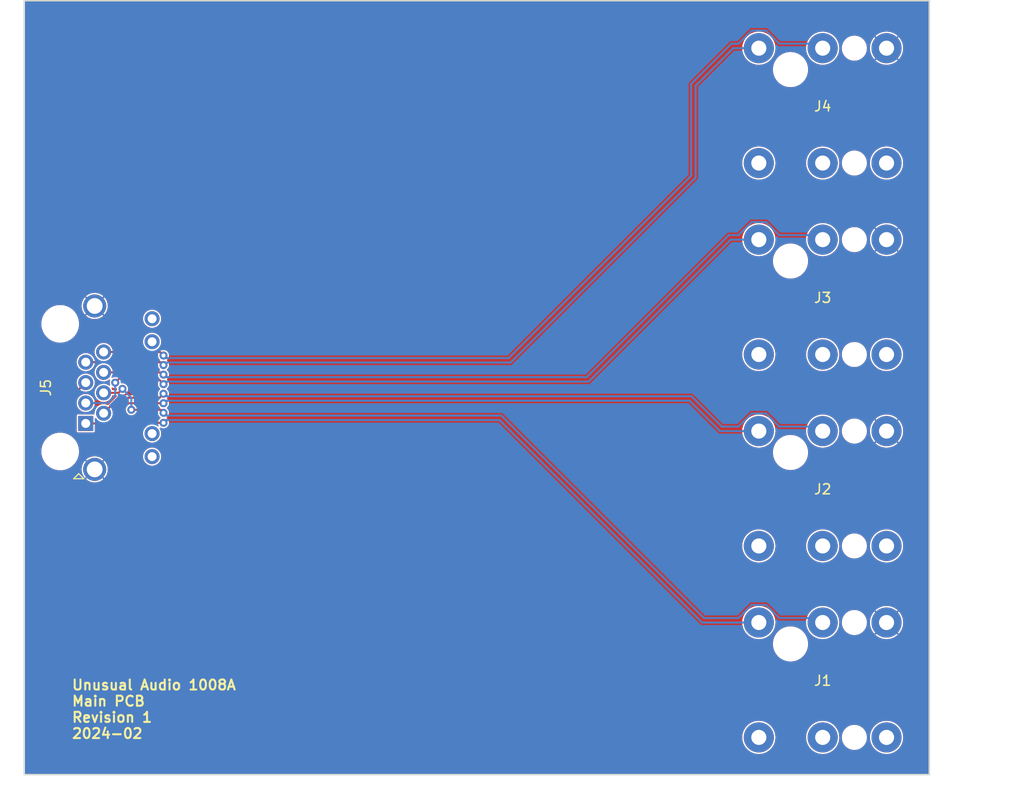
<source format=kicad_pcb>
(kicad_pcb (version 20240108) (generator "pcbnew") (generator_version "8.0")
  (layers (0 "F.Cu" signal) (31 "B.Cu" signal) (34 "B.Paste" user) (35 "F.Paste" user) (36 "B.SilkS" user "B.Silkscreen") (37 "F.SilkS" user "F.Silkscreen") (38 "B.Mask" user) (39 "F.Mask" user) (44 "Edge.Cuts" user))
  (net 0 "")
  (net 13 "/1-")
  (net 14 "/Shield")
  (net 15 "/1+")
  (net 16 "/2+")
  (net 17 "/2-")
  (net 18 "/3-")
  (net 19 "/3+")
  (net 20 "/4+")
  (net 21 "/4-")
  (footprint "Connector_Audio:Jack_6.35mm_Neutrik_NRJ6HF_Horizontal_No_Outline" (layer "F.Cu") (at 175.36 96.55)
    (property "Reference" "J2" (at -10.61 -1.445 0) (layer "F.SilkS"))
    (property "Value" "NRJ6HF")
    (pad "" np_thru_hole circle (at -13.81 -5.1) (size 3 3) (drill 3) (layers "*.Cu" "*.Mask"))
    (pad "" np_thru_hole circle (at -7.46 -7.23) (size 2 2) (drill 2) (layers "*.Cu" "*.Mask"))
    (pad "" np_thru_hole circle (at -7.46 4.2) (size 2 2) (drill 2) (layers "*.Cu" "*.Mask"))
    (pad "R" thru_hole circle (at -10.61 -7.23) (size 3 3) (drill 1.5) (layers "*.Cu" "*.Mask") (net 17 "/2-"))
    (pad "RN" thru_hole circle (at -10.61 4.2) (size 3 3) (drill 1.5) (layers "*.Cu" "*.Mask"))
    (pad "S" thru_hole circle (at -4.26 -7.23) (size 3 3) (drill 1.5) (layers "*.Cu" "*.Mask") (net 14 "/Shield"))
    (pad "SN" thru_hole circle (at -4.26 4.2) (size 3 3) (drill 1.5) (layers "*.Cu" "*.Mask"))
    (pad "T" thru_hole circle (at -16.96 -7.23) (size 3 3) (drill 1.5) (layers "*.Cu" "*.Mask") (net 16 "/2+"))
    (pad "TN" thru_hole circle (at -16.96 4.2) (size 3 3) (drill 1.5) (layers "*.Cu" "*.Mask"))
  )
  (footprint "Connector_Audio:Jack_6.35mm_Neutrik_NRJ6HF_Horizontal_No_Outline" (layer "F.Cu") (at 175.36 115.6)
    (property "Reference" "J1" (at -10.61 -1.445 0) (layer "F.SilkS"))
    (property "Value" "NRJ6HF")
    (pad "" np_thru_hole circle (at -13.81 -5.1) (size 3 3) (drill 3) (layers "*.Cu" "*.Mask"))
    (pad "" np_thru_hole circle (at -7.46 -7.23) (size 2 2) (drill 2) (layers "*.Cu" "*.Mask"))
    (pad "" np_thru_hole circle (at -7.46 4.2) (size 2 2) (drill 2) (layers "*.Cu" "*.Mask"))
    (pad "R" thru_hole circle (at -10.61 -7.23) (size 3 3) (drill 1.5) (layers "*.Cu" "*.Mask") (net 13 "/1-"))
    (pad "RN" thru_hole circle (at -10.61 4.2) (size 3 3) (drill 1.5) (layers "*.Cu" "*.Mask"))
    (pad "S" thru_hole circle (at -4.26 -7.23) (size 3 3) (drill 1.5) (layers "*.Cu" "*.Mask") (net 14 "/Shield"))
    (pad "SN" thru_hole circle (at -4.26 4.2) (size 3 3) (drill 1.5) (layers "*.Cu" "*.Mask"))
    (pad "T" thru_hole circle (at -16.96 -7.23) (size 3 3) (drill 1.5) (layers "*.Cu" "*.Mask") (net 15 "/1+"))
    (pad "TN" thru_hole circle (at -16.96 4.2) (size 3 3) (drill 1.5) (layers "*.Cu" "*.Mask"))
  )
  (footprint "Connector_RJ:RJ45_Amphenol_RJHSE538X" (layer "F.Cu") (at 91.465 88.56 90)
    (property "Reference" "J5" (at 3.56 -3.965 90) (layer "F.SilkS"))
    (property "Value" "8P8C_Shielded")
    (fp_line (start -5.5 -1.2) (end -5 -0.7) (stroke (width 0.12)) (layer "F.SilkS"))
    (fp_line (start -5 -0.7) (end -5.5 -0.2) (stroke (width 0.12)) (layer "F.SilkS"))
    (fp_line (start -5.5 -0.2) (end -5.5 -1.2) (stroke (width 0.12)) (layer "F.SilkS"))
    (pad "" np_thru_hole circle (at -2.79 -2.54 90) (size 3.25 3.25) (drill 3.25) (layers "*.Cu" "*.Mask"))
    (pad "" np_thru_hole circle (at 9.91 -2.54 90) (size 3.25 3.25) (drill 3.25) (layers "*.Cu" "*.Mask"))
    (pad "1" thru_hole rect (at 0 0 90) (size 1.5 1.5) (drill 0.89) (layers "*.Cu" "*.Mask") (net 16 "/2+"))
    (pad "2" thru_hole circle (at 1.016 1.78 90) (size 1.5 1.5) (drill 0.89) (layers "*.Cu" "*.Mask") (net 17 "/2-"))
    (pad "3" thru_hole circle (at 2.032 0 90) (size 1.5 1.5) (drill 0.89) (layers "*.Cu" "*.Mask") (net 19 "/3+"))
    (pad "4" thru_hole circle (at 3.048 1.78 90) (size 1.5 1.5) (drill 0.89) (layers "*.Cu" "*.Mask") (net 13 "/1-"))
    (pad "5" thru_hole circle (at 4.064 0 90) (size 1.5 1.5) (drill 0.89) (layers "*.Cu" "*.Mask") (net 15 "/1+"))
    (pad "6" thru_hole circle (at 5.08 1.78 90) (size 1.5 1.5) (drill 0.89) (layers "*.Cu" "*.Mask") (net 18 "/3-"))
    (pad "7" thru_hole circle (at 6.096 0 90) (size 1.5 1.5) (drill 0.89) (layers "*.Cu" "*.Mask") (net 20 "/4+"))
    (pad "8" thru_hole circle (at 7.112 1.78 90) (size 1.5 1.5) (drill 0.89) (layers "*.Cu" "*.Mask") (net 21 "/4-"))
    (pad "9" thru_hole circle (at -3.3 6.6 90) (size 1.5 1.5) (drill 0.89) (layers "*.Cu" "*.Mask"))
    (pad "10" thru_hole circle (at -1.01 6.6 90) (size 1.5 1.5) (drill 0.89) (layers "*.Cu" "*.Mask"))
    (pad "11" thru_hole circle (at 8.13 6.6 90) (size 1.5 1.5) (drill 0.89) (layers "*.Cu" "*.Mask"))
    (pad "12" thru_hole circle (at 10.42 6.6 90) (size 1.5 1.5) (drill 0.89) (layers "*.Cu" "*.Mask"))
    (pad "SH" thru_hole circle (at -4.57 0.89 90) (size 2.3 2.3) (drill 1.57) (layers "*.Cu" "*.Mask") (net 14 "/Shield"))
    (pad "SH" thru_hole circle (at 11.69 0.89 90) (size 2.3 2.3) (drill 1.57) (layers "*.Cu" "*.Mask") (net 14 "/Shield"))
  )
  (footprint "Connector_Audio:Jack_6.35mm_Neutrik_NRJ6HF_Horizontal_No_Outline" (layer "F.Cu") (at 175.36 77.5)
    (property "Reference" "J3" (at -10.61 -1.445 0) (layer "F.SilkS"))
    (property "Value" "NRJ6HF")
    (pad "" np_thru_hole circle (at -13.81 -5.1) (size 3 3) (drill 3) (layers "*.Cu" "*.Mask"))
    (pad "" np_thru_hole circle (at -7.46 -7.23) (size 2 2) (drill 2) (layers "*.Cu" "*.Mask"))
    (pad "" np_thru_hole circle (at -7.46 4.2) (size 2 2) (drill 2) (layers "*.Cu" "*.Mask"))
    (pad "R" thru_hole circle (at -10.61 -7.23) (size 3 3) (drill 1.5) (layers "*.Cu" "*.Mask") (net 18 "/3-"))
    (pad "RN" thru_hole circle (at -10.61 4.2) (size 3 3) (drill 1.5) (layers "*.Cu" "*.Mask"))
    (pad "S" thru_hole circle (at -4.26 -7.23) (size 3 3) (drill 1.5) (layers "*.Cu" "*.Mask") (net 14 "/Shield"))
    (pad "SN" thru_hole circle (at -4.26 4.2) (size 3 3) (drill 1.5) (layers "*.Cu" "*.Mask"))
    (pad "T" thru_hole circle (at -16.96 -7.23) (size 3 3) (drill 1.5) (layers "*.Cu" "*.Mask") (net 19 "/3+"))
    (pad "TN" thru_hole circle (at -16.96 4.2) (size 3 3) (drill 1.5) (layers "*.Cu" "*.Mask"))
  )
  (footprint "Connector_Audio:Jack_6.35mm_Neutrik_NRJ6HF_Horizontal_No_Outline" (layer "F.Cu") (at 175.36 58.45)
    (property "Reference" "J4" (at -10.61 -1.445 0) (layer "F.SilkS"))
    (property "Value" "NRJ6HF")
    (pad "" np_thru_hole circle (at -13.81 -5.1) (size 3 3) (drill 3) (layers "*.Cu" "*.Mask"))
    (pad "" np_thru_hole circle (at -7.46 -7.23) (size 2 2) (drill 2) (layers "*.Cu" "*.Mask"))
    (pad "" np_thru_hole circle (at -7.46 4.2) (size 2 2) (drill 2) (layers "*.Cu" "*.Mask"))
    (pad "R" thru_hole circle (at -10.61 -7.23) (size 3 3) (drill 1.5) (layers "*.Cu" "*.Mask") (net 21 "/4-"))
    (pad "RN" thru_hole circle (at -10.61 4.2) (size 3 3) (drill 1.5) (layers "*.Cu" "*.Mask"))
    (pad "S" thru_hole circle (at -4.26 -7.23) (size 3 3) (drill 1.5) (layers "*.Cu" "*.Mask") (net 14 "/Shield"))
    (pad "SN" thru_hole circle (at -4.26 4.2) (size 3 3) (drill 1.5) (layers "*.Cu" "*.Mask"))
    (pad "T" thru_hole circle (at -16.96 -7.23) (size 3 3) (drill 1.5) (layers "*.Cu" "*.Mask") (net 20 "/4+"))
    (pad "TN" thru_hole circle (at -16.96 4.2) (size 3 3) (drill 1.5) (layers "*.Cu" "*.Mask"))
  )
  (gr_rect (start 85.35 46.5) (end 175.35 123.5) (stroke (width 0.15)) (fill none) (layer "Edge.Cuts"))
  (gr_text "Unusual Audio 1008A\nMain PCB\nRevision 1\n2024-02" (at 90 120 0) (layer "F.SilkS") (effects (font (size 1 1) (thickness 0.2) (bold yes)) (justify left bottom)))
  (segment (start 93.245 85.512) (end 94.727549 85.512) (width 0.2) (layer "F.Cu") (net 13))
  (segment (start 94.727549 85.512) (end 95.121296 85.118253) (width 0.2) (layer "F.Cu") (net 13))
  (segment (start 96 87.2) (end 98.899994 87.2) (width 0.2) (layer "F.Cu") (net 13))
  (segment (start 98.899994 87.2) (end 99.2 87.500006) (width 0.2) (layer "F.Cu") (net 13))
  (via (at 96 87.2) (size 0.8) (drill 0.4) (layers "F.Cu" "B.Cu") (net 13))
  (via (at 99.2 87.500006) (size 0.8) (drill 0.4) (layers "F.Cu" "B.Cu") (net 13))
  (via (at 95.121296 85.118253) (size 0.8) (drill 0.4) (layers "F.Cu" "B.Cu") (net 13))
  (segment (start 159.124874 106.62) (end 160.424874 107.92) (width 0.2) (layer "B.Cu") (net 13))
  (segment (start 99.2 87.500006) (end 99.474997 87.775003) (width 0.2) (layer "B.Cu") (net 13))
  (segment (start 156.375126 107.92) (end 157.675126 106.62) (width 0.2) (layer "B.Cu") (net 13))
  (segment (start 164.3 107.92) (end 164.75 108.37) (width 0.2) (layer "B.Cu") (net 13))
  (segment (start 157.675126 106.62) (end 159.124874 106.62) (width 0.2) (layer "B.Cu") (net 13))
  (segment (start 152.9422 107.92) (end 156.375126 107.92) (width 0.2) (layer "B.Cu") (net 13))
  (segment (start 95.121296 85.118253) (end 96 85.996957) (width 0.2) (layer "B.Cu") (net 13))
  (segment (start 96 85.996957) (end 96 87.2) (width 0.2) (layer "B.Cu") (net 13))
  (segment (start 99.474997 87.775003) (end 132.797203 87.775003) (width 0.2) (layer "B.Cu") (net 13))
  (segment (start 160.424874 107.92) (end 164.3 107.92) (width 0.2) (layer "B.Cu") (net 13))
  (segment (start 132.797203 87.775003) (end 152.9422 107.92) (width 0.2) (layer "B.Cu") (net 13))
  (segment (start 96.660786 89.56) (end 97.720786 88.5) (width 0.2) (layer "F.Cu") (net 15))
  (segment (start 90.465 89.56) (end 96.660786 89.56) (width 0.2) (layer "F.Cu") (net 15))
  (segment (start 91.465 84.496) (end 90.465 85.496) (width 0.2) (layer "F.Cu") (net 15))
  (segment (start 97.720786 88.5) (end 99.2 88.5) (width 0.2) (layer "F.Cu") (net 15))
  (segment (start 90.465 85.496) (end 90.465 89.56) (width 0.2) (layer "F.Cu") (net 15))
  (via (at 99.2 88.5) (size 0.8) (drill 0.4) (layers "F.Cu" "B.Cu") (net 15))
  (segment (start 99.474997 88.225003) (end 132.610803 88.225003) (width 0.2) (layer "B.Cu") (net 15))
  (segment (start 152.7558 108.37) (end 158.4 108.37) (width 0.2) (layer "B.Cu") (net 15))
  (segment (start 132.610803 88.225003) (end 152.7558 108.37) (width 0.2) (layer "B.Cu") (net 15))
  (segment (start 99.2 88.5) (end 99.474997 88.225003) (width 0.2) (layer "B.Cu") (net 15))
  (segment (start 95.653211 86.550003) (end 99.2 86.550003) (width 0.2) (layer "F.Cu") (net 16))
  (segment (start 93.643214 88.56) (end 95.653211 86.550003) (width 0.2) (layer "F.Cu") (net 16))
  (segment (start 91.465 88.56) (end 93.643214 88.56) (width 0.2) (layer "F.Cu") (net 16))
  (via (at 99.2 86.550003) (size 0.8) (drill 0.4) (layers "F.Cu" "B.Cu") (net 16))
  (segment (start 154.5338 89.32) (end 151.513802 86.300002) (width 0.2) (layer "B.Cu") (net 16))
  (segment (start 99.450001 86.300002) (end 99.2 86.550003) (width 0.2) (layer "B.Cu") (net 16))
  (segment (start 151.513802 86.300002) (end 99.450001 86.300002) (width 0.2) (layer "B.Cu") (net 16))
  (segment (start 158.4 89.32) (end 154.5338 89.32) (width 0.2) (layer "B.Cu") (net 16))
  (segment (start 94.789 86) (end 98.8 86) (width 0.2) (layer "F.Cu") (net 17))
  (segment (start 98.8 86) (end 99.2 85.6) (width 0.2) (layer "F.Cu") (net 17))
  (segment (start 93.245 87.544) (end 94.789 86) (width 0.2) (layer "F.Cu") (net 17))
  (via (at 99.2 85.6) (size 0.8) (drill 0.4) (layers "F.Cu" "B.Cu") (net 17))
  (segment (start 164.3 88.87) (end 160.424874 88.87) (width 0.2) (layer "B.Cu") (net 17))
  (segment (start 160.424874 88.87) (end 159.124874 87.57) (width 0.2) (layer "B.Cu") (net 17))
  (segment (start 164.75 89.32) (end 164.3 88.87) (width 0.2) (layer "B.Cu") (net 17))
  (segment (start 154.7202 88.87) (end 151.700202 85.850002) (width 0.2) (layer "B.Cu") (net 17))
  (segment (start 159.124874 87.57) (end 157.675126 87.57) (width 0.2) (layer "B.Cu") (net 17))
  (segment (start 157.675126 87.57) (end 156.375126 88.87) (width 0.2) (layer "B.Cu") (net 17))
  (segment (start 156.375126 88.87) (end 154.7202 88.87) (width 0.2) (layer "B.Cu") (net 17))
  (segment (start 151.700202 85.850002) (end 99.450002 85.850002) (width 0.2) (layer "B.Cu") (net 17))
  (segment (start 99.450002 85.850002) (end 99.2 85.6) (width 0.2) (layer "B.Cu") (net 17))
  (segment (start 98.980006 83.48) (end 99.2 83.699994) (width 0.2) (layer "F.Cu") (net 18))
  (segment (start 93.245 83.48) (end 98.980006 83.48) (width 0.2) (layer "F.Cu") (net 18))
  (via (at 99.2 83.699994) (size 0.8) (drill 0.4) (layers "F.Cu" "B.Cu") (net 18))
  (segment (start 164.3 69.82) (end 160.424874 69.82) (width 0.2) (layer "B.Cu") (net 18))
  (segment (start 159.124874 68.52) (end 157.675126 68.52) (width 0.2) (layer "B.Cu") (net 18))
  (segment (start 160.424874 69.82) (end 159.124874 68.52) (width 0.2) (layer "B.Cu") (net 18))
  (segment (start 155.4138 69.82) (end 141.283804 83.949996) (width 0.2) (layer "B.Cu") (net 18))
  (segment (start 99.450002 83.949996) (end 99.2 83.699994) (width 0.2) (layer "B.Cu") (net 18))
  (segment (start 141.283804 83.949996) (end 99.450002 83.949996) (width 0.2) (layer "B.Cu") (net 18))
  (segment (start 156.375126 69.82) (end 155.4138 69.82) (width 0.2) (layer "B.Cu") (net 18))
  (segment (start 164.75 70.27) (end 164.3 69.82) (width 0.2) (layer "B.Cu") (net 18))
  (segment (start 157.675126 68.52) (end 156.375126 69.82) (width 0.2) (layer "B.Cu") (net 18))
  (segment (start 98.550003 84) (end 99.2 84.649997) (width 0.2) (layer "F.Cu") (net 19))
  (segment (start 94.9 84) (end 98.550003 84) (width 0.2) (layer "F.Cu") (net 19))
  (segment (start 94.4 84.5) (end 94.9 84) (width 0.2) (layer "F.Cu") (net 19))
  (via (at 99.2 84.649997) (size 0.8) (drill 0.4) (layers "F.Cu" "B.Cu") (net 19))
  (via (at 94.4 84.5) (size 0.8) (drill 0.4) (layers "F.Cu" "B.Cu") (net 19))
  (segment (start 94.4 85.771214) (end 93.643214 86.528) (width 0.2) (layer "B.Cu") (net 19))
  (segment (start 155.6002 70.27) (end 141.470204 84.399996) (width 0.2) (layer "B.Cu") (net 19))
  (segment (start 158.4 70.27) (end 155.6002 70.27) (width 0.2) (layer "B.Cu") (net 19))
  (segment (start 99.450001 84.399996) (end 99.2 84.649997) (width 0.2) (layer "B.Cu") (net 19))
  (segment (start 93.643214 86.528) (end 91.465 86.528) (width 0.2) (layer "B.Cu") (net 19))
  (segment (start 141.470204 84.399996) (end 99.450001 84.399996) (width 0.2) (layer "B.Cu") (net 19))
  (segment (start 94.4 84.5) (end 94.4 85.771214) (width 0.2) (layer "B.Cu") (net 19))
  (segment (start 91.465 82.464) (end 98.914009 82.464) (width 0.2) (layer "F.Cu") (net 20))
  (segment (start 98.914009 82.464) (end 99.2 82.749991) (width 0.2) (layer "F.Cu") (net 20))
  (via (at 99.2 82.749991) (size 0.8) (drill 0.4) (layers "F.Cu" "B.Cu") (net 20))
  (segment (start 99.450001 82.49999) (end 133.71821 82.49999) (width 0.2) (layer "B.Cu") (net 20))
  (segment (start 152.117 64.1012) (end 152.117 54.9572) (width 0.2) (layer "B.Cu") (net 20))
  (segment (start 152.117 54.9572) (end 155.8542 51.22) (width 0.2) (layer "B.Cu") (net 20))
  (segment (start 133.71821 82.49999) (end 152.117 64.1012) (width 0.2) (layer "B.Cu") (net 20))
  (segment (start 99.2 82.749991) (end 99.450001 82.49999) (width 0.2) (layer "B.Cu") (net 20))
  (segment (start 155.8542 51.22) (end 158.4 51.22) (width 0.2) (layer "B.Cu") (net 20))
  (segment (start 98.848012 81.448) (end 99.2 81.799988) (width 0.2) (layer "F.Cu") (net 21))
  (segment (start 93.245 81.448) (end 98.848012 81.448) (width 0.2) (layer "F.Cu") (net 21))
  (via (at 99.2 81.799988) (size 0.8) (drill 0.4) (layers "F.Cu" "B.Cu") (net 21))
  (segment (start 99.450002 82.04999) (end 133.53181 82.04999) (width 0.2) (layer "B.Cu") (net 21))
  (segment (start 159.124874 49.47) (end 160.424874 50.77) (width 0.2) (layer "B.Cu") (net 21))
  (segment (start 157.675126 49.47) (end 159.124874 49.47) (width 0.2) (layer "B.Cu") (net 21))
  (segment (start 151.667 63.9148) (end 151.667 54.7708) (width 0.2) (layer "B.Cu") (net 21))
  (segment (start 156.375126 50.77) (end 157.675126 49.47) (width 0.2) (layer "B.Cu") (net 21))
  (segment (start 160.424874 50.77) (end 164.3 50.77) (width 0.2) (layer "B.Cu") (net 21))
  (segment (start 99.2 81.799988) (end 99.450002 82.04999) (width 0.2) (layer "B.Cu") (net 21))
  (segment (start 155.6678 50.77) (end 156.375126 50.77) (width 0.2) (layer "B.Cu") (net 21))
  (segment (start 133.53181 82.04999) (end 151.667 63.9148) (width 0.2) (layer "B.Cu") (net 21))
  (segment (start 164.3 50.77) (end 164.75 51.22) (width 0.2) (layer "B.Cu") (net 21))
  (segment (start 151.667 54.7708) (end 155.6678 50.77) (width 0.2) (layer "B.Cu") (net 21))
  (zone (net 14) (net_name "/Shield") (layers "F&B.Cu") (connect_pads (clearance 0.15)) (min_thickness 0.15) (fill yes (thermal_gap 0.15) (thermal_bridge_width 0.15) (island_removal_mode 1) (island_area_min 10))
    (polygon (pts (xy 175.35 46.5) (xy 85.35 46.5) (xy 85.35 123.5) (xy 175.35 123.5)))
  )
)
</source>
